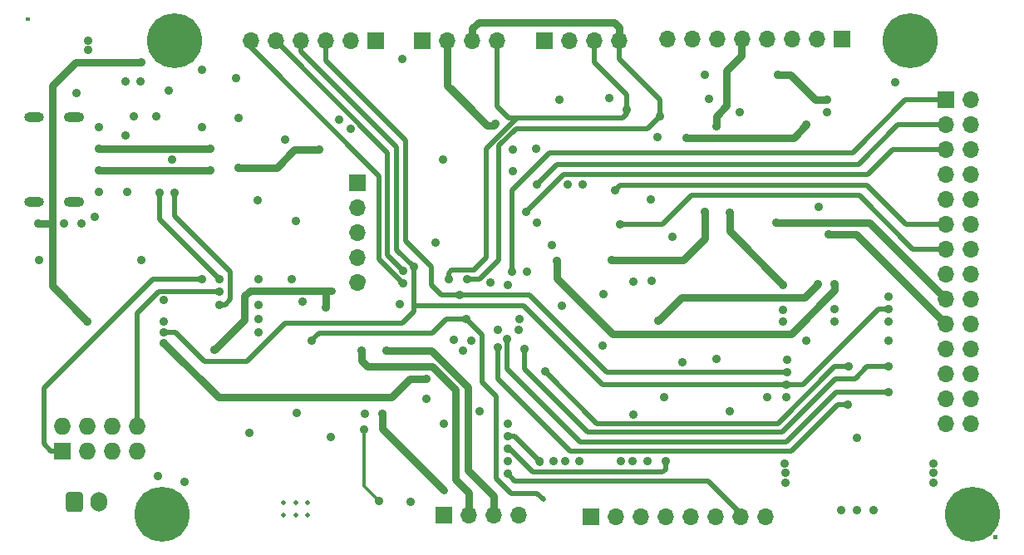
<source format=gbr>
G04 #@! TF.GenerationSoftware,KiCad,Pcbnew,5.1.10-88a1d61d58~88~ubuntu20.04.1*
G04 #@! TF.CreationDate,2021-05-26T19:05:16+02:00*
G04 #@! TF.ProjectId,PSLab,50534c61-622e-46b6-9963-61645f706362,v6.1*
G04 #@! TF.SameCoordinates,Original*
G04 #@! TF.FileFunction,Copper,L2,Inr*
G04 #@! TF.FilePolarity,Positive*
%FSLAX46Y46*%
G04 Gerber Fmt 4.6, Leading zero omitted, Abs format (unit mm)*
G04 Created by KiCad (PCBNEW 5.1.10-88a1d61d58~88~ubuntu20.04.1) date 2021-05-26 19:05:16*
%MOMM*%
%LPD*%
G01*
G04 APERTURE LIST*
G04 #@! TA.AperFunction,ComponentPad*
%ADD10R,1.700000X1.700000*%
G04 #@! TD*
G04 #@! TA.AperFunction,ComponentPad*
%ADD11O,1.700000X1.700000*%
G04 #@! TD*
G04 #@! TA.AperFunction,ComponentPad*
%ADD12R,1.727200X1.727200*%
G04 #@! TD*
G04 #@! TA.AperFunction,ComponentPad*
%ADD13O,1.727200X1.727200*%
G04 #@! TD*
G04 #@! TA.AperFunction,ComponentPad*
%ADD14O,2.100000X1.000000*%
G04 #@! TD*
G04 #@! TA.AperFunction,ComponentPad*
%ADD15O,2.000000X1.000000*%
G04 #@! TD*
G04 #@! TA.AperFunction,ComponentPad*
%ADD16C,0.500000*%
G04 #@! TD*
G04 #@! TA.AperFunction,ComponentPad*
%ADD17C,5.600000*%
G04 #@! TD*
G04 #@! TA.AperFunction,ComponentPad*
%ADD18O,1.700000X2.000000*%
G04 #@! TD*
G04 #@! TA.AperFunction,ViaPad*
%ADD19C,0.914400*%
G04 #@! TD*
G04 #@! TA.AperFunction,Conductor*
%ADD20C,0.508000*%
G04 #@! TD*
G04 #@! TA.AperFunction,Conductor*
%ADD21C,0.762000*%
G04 #@! TD*
G04 #@! TA.AperFunction,Conductor*
%ADD22C,0.304800*%
G04 #@! TD*
G04 #@! TA.AperFunction,Conductor*
%ADD23C,0.406400*%
G04 #@! TD*
G04 #@! TA.AperFunction,NonConductor*
%ADD24C,0.030000*%
G04 #@! TD*
G04 #@! TA.AperFunction,NonConductor*
%ADD25C,0.100000*%
G04 #@! TD*
G04 APERTURE END LIST*
D10*
X124785500Y-77194500D03*
D11*
X124785500Y-79734500D03*
X124785500Y-82274500D03*
X124785500Y-84814500D03*
X124785500Y-87354500D03*
D12*
X94693400Y-104546200D03*
D13*
X94693400Y-102006200D03*
X97233400Y-104546200D03*
X97233400Y-102006200D03*
X99773400Y-104546200D03*
X99773400Y-102006200D03*
X102313400Y-104546200D03*
X102313400Y-102006200D03*
D14*
X95945000Y-70530000D03*
X95945000Y-79170000D03*
D15*
X91865000Y-70530000D03*
X91865000Y-79170000D03*
D16*
X117279000Y-111128500D03*
X117279000Y-109808500D03*
X118499000Y-111128500D03*
X118499000Y-109808500D03*
X119719000Y-109808500D03*
X119719000Y-111128500D03*
D17*
X104880000Y-111020000D03*
G04 #@! TA.AperFunction,ComponentPad*
G36*
G01*
X95106500Y-110520000D02*
X95106500Y-109020000D01*
G75*
G02*
X95356500Y-108770000I250000J0D01*
G01*
X96556500Y-108770000D01*
G75*
G02*
X96806500Y-109020000I0J-250000D01*
G01*
X96806500Y-110520000D01*
G75*
G02*
X96556500Y-110770000I-250000J0D01*
G01*
X95356500Y-110770000D01*
G75*
G02*
X95106500Y-110520000I0J250000D01*
G01*
G37*
G04 #@! TD.AperFunction*
D18*
X98456500Y-109770000D03*
D17*
X181090000Y-62780000D03*
X106150000Y-62770000D03*
X187420000Y-111010000D03*
D10*
X184729500Y-68749000D03*
D11*
X187269500Y-68749000D03*
X184729500Y-71289000D03*
X187269500Y-71289000D03*
X184729500Y-73829000D03*
X187269500Y-73829000D03*
X184729500Y-76369000D03*
X187269500Y-76369000D03*
X184729500Y-78909000D03*
X187269500Y-78909000D03*
X184729500Y-81449000D03*
X187269500Y-81449000D03*
X184729500Y-83989000D03*
X187269500Y-83989000D03*
X184729500Y-86529000D03*
X187269500Y-86529000D03*
X184729500Y-89069000D03*
X187269500Y-89069000D03*
X184729500Y-91609000D03*
X187269500Y-91609000D03*
X184729500Y-94149000D03*
X187269500Y-94149000D03*
X184729500Y-96689000D03*
X187269500Y-96689000D03*
X184729500Y-99229000D03*
X187269500Y-99229000D03*
X184729500Y-101769000D03*
X187269500Y-101769000D03*
D10*
X174125000Y-62589500D03*
D11*
X171585000Y-62589500D03*
X169045000Y-62589500D03*
X166505000Y-62589500D03*
X163965000Y-62589500D03*
X161425000Y-62589500D03*
X158885000Y-62589500D03*
X156345000Y-62589500D03*
X166378000Y-111230500D03*
X163838000Y-111230500D03*
X161298000Y-111230500D03*
X158758000Y-111230500D03*
X156218000Y-111230500D03*
X153678000Y-111230500D03*
X151138000Y-111230500D03*
D10*
X148598000Y-111230500D03*
X131430000Y-62750000D03*
D11*
X133970000Y-62750000D03*
X136510000Y-62750000D03*
X139050000Y-62750000D03*
D10*
X143850000Y-62750000D03*
D11*
X146390000Y-62750000D03*
X148930000Y-62750000D03*
X151470000Y-62750000D03*
X141200800Y-111074000D03*
X138660800Y-111074000D03*
X136120800Y-111074000D03*
D10*
X133580800Y-111074000D03*
X126630000Y-62750000D03*
D11*
X124090000Y-62750000D03*
X121550000Y-62750000D03*
X119010000Y-62750000D03*
X116470000Y-62750000D03*
X113930000Y-62750000D03*
D19*
X154370000Y-105638400D03*
X98071600Y-80721000D03*
X96140010Y-68107510D03*
X131795218Y-99288400D03*
X156161400Y-105638400D03*
X140080000Y-104368400D03*
X137195214Y-100558400D03*
X110238200Y-94259200D03*
X125534800Y-100778400D03*
X101138100Y-66907500D03*
X121600000Y-89940000D03*
X127008000Y-109643000D03*
X125484000Y-102404000D03*
X145600000Y-89800000D03*
X152890000Y-100890000D03*
X144640000Y-83590000D03*
X138300000Y-87420000D03*
X168520000Y-95260000D03*
X143030000Y-73800000D03*
X135230000Y-88650000D03*
X168519189Y-96528572D03*
X178919704Y-88850000D03*
X114690000Y-92444333D03*
X152250000Y-69800000D03*
X134060000Y-87080000D03*
X141220000Y-92240000D03*
X152834000Y-105638400D03*
X135960000Y-87060000D03*
X155600000Y-70450000D03*
X151620000Y-105638400D03*
X141260000Y-91100000D03*
X130530000Y-85800000D03*
X105090000Y-92470000D03*
X168510000Y-97790000D03*
X178919704Y-90130000D03*
X161330000Y-71500000D03*
X179605600Y-66979600D03*
X110700000Y-89640000D03*
X106123400Y-78282602D03*
X110700000Y-87040000D03*
X104624800Y-78282602D03*
X145390000Y-68730000D03*
X156050000Y-99050000D03*
X154720000Y-87230000D03*
X150450000Y-68620000D03*
X161335000Y-95215000D03*
X162689200Y-80314602D03*
X168120000Y-87620000D03*
X167620000Y-66240000D03*
X172650000Y-68780000D03*
X145130000Y-85220000D03*
X173400000Y-87580000D03*
X171807800Y-79679600D03*
X108990000Y-87050000D03*
X118137700Y-87040000D03*
X127770000Y-94339500D03*
X167500000Y-81310000D03*
X172760000Y-82460000D03*
X155420000Y-91290000D03*
X171730000Y-87560000D03*
X151538600Y-81432200D03*
X154710000Y-78900000D03*
X152890000Y-87270000D03*
X160190000Y-80170000D03*
X150660000Y-85140000D03*
X110700000Y-88350000D03*
X119220000Y-89360000D03*
X125249600Y-94335400D03*
X113759986Y-102747500D03*
X122059986Y-103155000D03*
X151020000Y-77990000D03*
X140070000Y-87630000D03*
X140590000Y-73810000D03*
X140080000Y-106908400D03*
X143334400Y-105638400D03*
X140080000Y-103098400D03*
X133631602Y-101828400D03*
X129430000Y-86200000D03*
X114690000Y-91135000D03*
X105090000Y-93580000D03*
X131802800Y-97256402D03*
X183454800Y-106792000D03*
X168356400Y-107772000D03*
X183444800Y-107772000D03*
X168346400Y-105812000D03*
X183434800Y-105812000D03*
X168356400Y-106792000D03*
X142057500Y-86300400D03*
X118520000Y-81140000D03*
X168150000Y-91410000D03*
X146200000Y-77420000D03*
X157890000Y-95500000D03*
X166490000Y-99040000D03*
X147423802Y-105638400D03*
X168170000Y-90160000D03*
X173400000Y-90120000D03*
X104465500Y-107103000D03*
X107196000Y-107674500D03*
X98445700Y-71530300D03*
X101326060Y-78185100D03*
X96670000Y-81390000D03*
X94860000Y-81380000D03*
X105583100Y-67809200D03*
X102713000Y-66907500D03*
X104320000Y-70427500D03*
X98442406Y-75950000D03*
X109806400Y-75983585D03*
X98442400Y-73750000D03*
X109806400Y-73736000D03*
X120924000Y-73862988D03*
X112701980Y-75702200D03*
X162760000Y-100480000D03*
X156910000Y-82700000D03*
X170480000Y-93340000D03*
X147760000Y-77420000D03*
X155310000Y-72590000D03*
X160640000Y-68650000D03*
X97350000Y-62777200D03*
X97350000Y-63717200D03*
X173400000Y-91400000D03*
X175710000Y-103250000D03*
X175710000Y-110620000D03*
X177340000Y-110620000D03*
X174060000Y-110620000D03*
X98427190Y-78200000D03*
X105894834Y-74850000D03*
X102755000Y-85074978D03*
X92352990Y-85075000D03*
X112463000Y-66573200D03*
X105090000Y-89175000D03*
X136349400Y-93300000D03*
X149837510Y-88620000D03*
X129130000Y-89572494D03*
X112700000Y-70645004D03*
X117429998Y-72874998D03*
X133517500Y-74902500D03*
X124100000Y-71750000D03*
X101980000Y-70427496D03*
X101163500Y-72432000D03*
X130246500Y-109770000D03*
X139070000Y-94010000D03*
X174762500Y-99880904D03*
X140010000Y-93130000D03*
X178922496Y-98579996D03*
X141830000Y-94180000D03*
X178919700Y-95960988D03*
X143880000Y-96440000D03*
X174804900Y-95961012D03*
X129430000Y-87500000D03*
X139070000Y-92240000D03*
X127363600Y-100778400D03*
X149786000Y-93827400D03*
X158330000Y-72660000D03*
X170539998Y-71320000D03*
X144807600Y-105638400D03*
X178919704Y-91389000D03*
X168480000Y-99050000D03*
X145925200Y-105638400D03*
X143070000Y-81270000D03*
X140610000Y-76020000D03*
X135870000Y-91120000D03*
X132770000Y-83310000D03*
X105090000Y-91370000D03*
X102760000Y-64920000D03*
X92280400Y-81406728D03*
X108993600Y-71551598D03*
X97309612Y-91363574D03*
X108960000Y-65710000D03*
X120169600Y-93323000D03*
X138818998Y-71225500D03*
X140080000Y-105638400D03*
X160190000Y-66250000D03*
X163700000Y-70050000D03*
X118617400Y-100708000D03*
X114640296Y-79000000D03*
X178912488Y-93340000D03*
X172650004Y-70050000D03*
X122938200Y-70798200D03*
X129395000Y-64625000D03*
X140080000Y-101828400D03*
X140550000Y-86300000D03*
X143040000Y-77390000D03*
X141980000Y-80180000D03*
X114712855Y-87040000D03*
X134650000Y-93250000D03*
X114690000Y-89640000D03*
X135550000Y-94350000D03*
D20*
X156161400Y-106425800D02*
X156161400Y-105689200D01*
X155856600Y-106730600D02*
X156161400Y-106425800D01*
X142648604Y-106730600D02*
X155856600Y-106730600D01*
X140080000Y-104368400D02*
X140286404Y-104368400D01*
X140286404Y-104368400D02*
X142648604Y-106730600D01*
D21*
X121600000Y-89940000D02*
X121600000Y-88230000D01*
X113839000Y-88220000D02*
X122195600Y-88220000D01*
X113850000Y-88220000D02*
X113840000Y-88220000D01*
X113286200Y-88783800D02*
X113850000Y-88220000D01*
X110238200Y-94259200D02*
X113286200Y-91211200D01*
X113286200Y-91211200D02*
X113286200Y-88783800D01*
D22*
X125484000Y-108119000D02*
X125484000Y-102404000D01*
X127008000Y-109643000D02*
X125484000Y-108119000D01*
D20*
X130830000Y-84300000D02*
X132330000Y-85800000D01*
X135230000Y-88650000D02*
X133330000Y-88650000D01*
X133330000Y-88650000D02*
X132330000Y-87650000D01*
X132330000Y-87650000D02*
X132330000Y-85800000D01*
X142280000Y-88650000D02*
X135230000Y-88650000D01*
D23*
X168511428Y-96528572D02*
X168519189Y-96528572D01*
D20*
X168519189Y-96528572D02*
X150158572Y-96528572D01*
X150158572Y-96528572D02*
X142280000Y-88650000D01*
X129680000Y-72930000D02*
X129680000Y-83150000D01*
X121550000Y-62750000D02*
X121550000Y-64800000D01*
X129680000Y-83150000D02*
X132330000Y-85800000D01*
X121550000Y-64800000D02*
X129680000Y-72930000D01*
D23*
X134390000Y-86110000D02*
X136630000Y-86110000D01*
D20*
X134383422Y-86110000D02*
X134390000Y-86110000D01*
X134060000Y-86433422D02*
X134383422Y-86110000D01*
X134060000Y-87080000D02*
X134060000Y-86433422D01*
X134383422Y-86110000D02*
X136630000Y-86110000D01*
X148930000Y-64970000D02*
X148930000Y-62750000D01*
X152250000Y-68290000D02*
X148930000Y-64970000D01*
X152250000Y-69800000D02*
X152250000Y-68290000D01*
X152250000Y-70190000D02*
X152250000Y-69800000D01*
X142220000Y-70640000D02*
X151800000Y-70640000D01*
X151800000Y-70640000D02*
X152250000Y-70190000D01*
X140220000Y-70640000D02*
X142220000Y-70640000D01*
X139050000Y-62750000D02*
X139050000Y-69470000D01*
X139050000Y-69470000D02*
X140220000Y-70640000D01*
X137910000Y-73795553D02*
X141065553Y-70640000D01*
X141065553Y-70640000D02*
X142220000Y-70640000D01*
X137910000Y-84830000D02*
X137910000Y-73795553D01*
X136630000Y-86110000D02*
X137910000Y-84830000D01*
X155550000Y-70450000D02*
X155600000Y-70450000D01*
X155600000Y-70500000D02*
X155600000Y-70450000D01*
X155600000Y-69803422D02*
X155600000Y-70450000D01*
X155600000Y-68780000D02*
X155600000Y-70450000D01*
X151470000Y-64650000D02*
X155600000Y-68780000D01*
X151470000Y-62750000D02*
X151470000Y-64650000D01*
D21*
X136510000Y-61510400D02*
X137120400Y-60900000D01*
X136510000Y-62750000D02*
X136510000Y-61510400D01*
X137120400Y-60900000D02*
X150960000Y-60900000D01*
X150960000Y-60900000D02*
X151470000Y-61410000D01*
X151470000Y-61410000D02*
X151470000Y-62750000D01*
D20*
X155600000Y-70450000D02*
X154327201Y-71722799D01*
X139210000Y-73434606D02*
X139210000Y-85120000D01*
X139210000Y-85120000D02*
X137270000Y-87060000D01*
X140921807Y-71722799D02*
X139210000Y-73434606D01*
X137270000Y-87060000D02*
X135960000Y-87060000D01*
X154327201Y-71722799D02*
X140921807Y-71722799D01*
X168510000Y-97820000D02*
X168510000Y-97790000D01*
X170182000Y-97790000D02*
X168510000Y-97790000D01*
X178919704Y-90130000D02*
X177842000Y-90130000D01*
X177842000Y-90130000D02*
X170182000Y-97790000D01*
X141760000Y-89750000D02*
X149800000Y-97790000D01*
X130530000Y-85800000D02*
X130530000Y-89750000D01*
X149800000Y-97790000D02*
X168510000Y-97790000D01*
X130530000Y-89750000D02*
X141760000Y-89750000D01*
X130530000Y-90375800D02*
X130530000Y-85800000D01*
X106239200Y-92470000D02*
X109196800Y-95427600D01*
X109196800Y-95427600D02*
X113540200Y-95427600D01*
X105090000Y-92470000D02*
X106239200Y-92470000D01*
X113540200Y-95427600D02*
X117451800Y-91516000D01*
X117451800Y-91516000D02*
X129389800Y-91516000D01*
X129389800Y-91516000D02*
X130530000Y-90375800D01*
X130510000Y-85800000D02*
X130530000Y-85800000D01*
X128780000Y-73610000D02*
X128780000Y-84070000D01*
X119010000Y-62750000D02*
X119010000Y-63840000D01*
X128780000Y-84070000D02*
X130510000Y-85800000D01*
X119010000Y-63840000D02*
X128780000Y-73610000D01*
D21*
X161330000Y-70450000D02*
X162400000Y-69380000D01*
X161330000Y-71500000D02*
X161330000Y-70450000D01*
X162400000Y-65800000D02*
X163930000Y-64270000D01*
X162400000Y-69380000D02*
X162400000Y-65800000D01*
X163930000Y-64270000D02*
X163930000Y-62750000D01*
D20*
X111838400Y-89128400D02*
X111326800Y-89640000D01*
X111838400Y-86309000D02*
X111838400Y-89128400D01*
X111326800Y-89640000D02*
X110700000Y-89640000D01*
X106123400Y-78282602D02*
X106123400Y-80594000D01*
X106123400Y-80594000D02*
X111838400Y-86309000D01*
X104624800Y-80964800D02*
X104624800Y-78282602D01*
X110700000Y-87040000D02*
X104624800Y-80964800D01*
D23*
X162613002Y-80314602D02*
X162689200Y-80314602D01*
D21*
X162689200Y-82189200D02*
X162689200Y-80314602D01*
X168120000Y-87620000D02*
X162689200Y-82189200D01*
X171460000Y-68780000D02*
X172650000Y-68780000D01*
X168920000Y-66240000D02*
X171460000Y-68780000D01*
X167620000Y-66240000D02*
X168920000Y-66240000D01*
X168956600Y-92640000D02*
X173400000Y-88196600D01*
X150820000Y-92640000D02*
X168956600Y-92640000D01*
X173400000Y-88196600D02*
X173400000Y-87580000D01*
X145130000Y-85220000D02*
X145130000Y-86950000D01*
X145130000Y-86950000D02*
X150820000Y-92640000D01*
X125100000Y-87040000D02*
X125170000Y-87110000D01*
D20*
X92850000Y-103820000D02*
X92850000Y-98120000D01*
X94693400Y-104546200D02*
X93576200Y-104546200D01*
X103920000Y-87050000D02*
X108990000Y-87050000D01*
X92850000Y-98120000D02*
X103920000Y-87050000D01*
X93576200Y-104546200D02*
X92850000Y-103820000D01*
D21*
X138660800Y-111074000D02*
X138660800Y-109143600D01*
X138660800Y-109143600D02*
X136044600Y-106527400D01*
X136044600Y-98043800D02*
X132336200Y-94335400D01*
X136044600Y-106527400D02*
X136044600Y-98043800D01*
X132336200Y-94335400D02*
X127789600Y-94335400D01*
D22*
X127774100Y-94335400D02*
X127770000Y-94339500D01*
X127789600Y-94335400D02*
X127774100Y-94335400D01*
D21*
X176968800Y-81310000D02*
X184736400Y-89077600D01*
X167500000Y-81310000D02*
X176968800Y-81310000D01*
D23*
X172760000Y-82460000D02*
X172840000Y-82540000D01*
D20*
X184868144Y-91796800D02*
X184890000Y-91796800D01*
D21*
X175578800Y-82460000D02*
X184736400Y-91617600D01*
X172760000Y-82460000D02*
X175578800Y-82460000D01*
X170360000Y-88930000D02*
X171730000Y-87560000D01*
X155420000Y-91290000D02*
X157780000Y-88930000D01*
X157780000Y-88930000D02*
X170360000Y-88930000D01*
D20*
X155887800Y-81432200D02*
X151538600Y-81432200D01*
X175896000Y-78510000D02*
X158810000Y-78510000D01*
X158810000Y-78510000D02*
X155887800Y-81432200D01*
X181383600Y-83997600D02*
X175896000Y-78510000D01*
X184890000Y-84176800D02*
X184710800Y-83997600D01*
X184710800Y-83997600D02*
X181383600Y-83997600D01*
D21*
X150680000Y-85120000D02*
X157950000Y-85120000D01*
X157950000Y-85120000D02*
X160190000Y-82880000D01*
X160190000Y-82880000D02*
X160190000Y-80170000D01*
D23*
X150660000Y-85140000D02*
X150680000Y-85120000D01*
X110700000Y-88350000D02*
X110501200Y-88350000D01*
D20*
X110657799Y-88307799D02*
X110700000Y-88350000D01*
X104528201Y-88307799D02*
X110657799Y-88307799D01*
X102313400Y-102006200D02*
X102313400Y-90522600D01*
X102313400Y-90522600D02*
X104528201Y-88307799D01*
D21*
X125249600Y-95376800D02*
X125833800Y-95961000D01*
X125249600Y-94335400D02*
X125249600Y-95376800D01*
X132387000Y-95961000D02*
X134749200Y-98323200D01*
X125833800Y-95961000D02*
X132387000Y-95961000D01*
X134749200Y-107441800D02*
X136120800Y-108813400D01*
X134749200Y-98323200D02*
X134749200Y-107441800D01*
X136120800Y-108813400D02*
X136120800Y-111074000D01*
D20*
X176650000Y-77460000D02*
X151550000Y-77460000D01*
X151550000Y-77460000D02*
X151020000Y-77990000D01*
X184890000Y-81636800D02*
X184710800Y-81457600D01*
X180647600Y-81457600D02*
X176650000Y-77460000D01*
X184710800Y-81457600D02*
X180647600Y-81457600D01*
X140791199Y-107619599D02*
X140080000Y-106908400D01*
X164010000Y-111074000D02*
X160555599Y-107619599D01*
X160555599Y-107619599D02*
X140791199Y-107619599D01*
D21*
X143334400Y-105685598D02*
X143334400Y-105638401D01*
D23*
X140794400Y-103098400D02*
X140134000Y-103098400D01*
X143334400Y-105638401D02*
X143334400Y-105638400D01*
D20*
X140794400Y-103098400D02*
X143334400Y-105638400D01*
X140080000Y-103098400D02*
X140794400Y-103098400D01*
X127855000Y-74165000D02*
X127855000Y-84625000D01*
X116470000Y-62750000D02*
X116470000Y-62780000D01*
X127855000Y-84625000D02*
X129430000Y-86200000D01*
X116470000Y-62780000D02*
X127855000Y-74165000D01*
D21*
X105090000Y-93580000D02*
X110620600Y-99110600D01*
X110620600Y-99110600D02*
X128246800Y-99110600D01*
X128246800Y-99110600D02*
X130100998Y-97256402D01*
X130100998Y-97256402D02*
X131802800Y-97256402D01*
D20*
X98442406Y-75950000D02*
X98475991Y-75983585D01*
D21*
X109772815Y-75950000D02*
X109806400Y-75983585D01*
X98442406Y-75950000D02*
X109772815Y-75950000D01*
X109792400Y-73750000D02*
X109806400Y-73736000D01*
X98442400Y-73750000D02*
X109792400Y-73750000D01*
X116552400Y-75702200D02*
X112701980Y-75702200D01*
X120924000Y-73862988D02*
X118391612Y-73862988D01*
X118391612Y-73862988D02*
X116552400Y-75702200D01*
D20*
X173704496Y-99880904D02*
X174762500Y-99880904D01*
X146466099Y-104604499D02*
X168980901Y-104604499D01*
X168980901Y-104604499D02*
X173704496Y-99880904D01*
X139070000Y-94010000D02*
X139070000Y-97208400D01*
X139070000Y-97208400D02*
X146466099Y-104604499D01*
X140010000Y-96167200D02*
X147452800Y-103610000D01*
X140010000Y-93130000D02*
X140010000Y-96167200D01*
X147452800Y-103610000D02*
X168490622Y-103610000D01*
X173520626Y-98579996D02*
X178922496Y-98579996D01*
X168490622Y-103610000D02*
X173520626Y-98579996D01*
X176710012Y-95960988D02*
X178919700Y-95960988D01*
X141830000Y-96209200D02*
X148250800Y-102630000D01*
X141830000Y-94180000D02*
X141830000Y-96209200D01*
X148250800Y-102630000D02*
X168085200Y-102630000D01*
X168085200Y-102630000D02*
X173509600Y-97205600D01*
X175465400Y-97205600D02*
X176710012Y-95960988D01*
X173509600Y-97205600D02*
X175465400Y-97205600D01*
X173388988Y-95961012D02*
X174804900Y-95961012D01*
X167592799Y-101757201D02*
X173388988Y-95961012D01*
X143880000Y-96440000D02*
X149197201Y-101757201D01*
X149197201Y-101757201D02*
X167592799Y-101757201D01*
X129230000Y-87500000D02*
X129430000Y-87500000D01*
X113930000Y-63470000D02*
X113930000Y-62750000D01*
X126980000Y-76520000D02*
X113930000Y-63470000D01*
X129430000Y-87500000D02*
X126980000Y-85050000D01*
X126980000Y-85050000D02*
X126980000Y-76520000D01*
D21*
X127363600Y-102314000D02*
X133580800Y-108531200D01*
X127363600Y-100778400D02*
X127363600Y-102314000D01*
X169199998Y-72660000D02*
X170539998Y-71320000D01*
X158330000Y-72660000D02*
X169199998Y-72660000D01*
D20*
X137489715Y-97533115D02*
X137489715Y-92739715D01*
X137489715Y-92739715D02*
X135870000Y-91120000D01*
X93626528Y-81406728D02*
X93702800Y-81483000D01*
D21*
X93702800Y-67335200D02*
X96118000Y-64920000D01*
X96118000Y-64920000D02*
X102760000Y-64920000D01*
X93601272Y-81406728D02*
X93702800Y-81305200D01*
X92280400Y-81406728D02*
X93601272Y-81406728D01*
X93702800Y-87756762D02*
X93702800Y-81305200D01*
X93702800Y-81305200D02*
X93702800Y-67335200D01*
X93702800Y-87756762D02*
X97309612Y-91363574D01*
D20*
X137489715Y-97533115D02*
X138965600Y-99009000D01*
X138965600Y-99009000D02*
X138965600Y-107365600D01*
X138965600Y-107365600D02*
X140489600Y-108889600D01*
X140489600Y-108889600D02*
X143105800Y-108889600D01*
X143105800Y-108889600D02*
X143740800Y-109524600D01*
X133875200Y-91120000D02*
X135870000Y-91120000D01*
X132412400Y-92582800D02*
X133875200Y-91120000D01*
X120855400Y-92582800D02*
X132412400Y-92582800D01*
X120169600Y-93268600D02*
X120855400Y-92582800D01*
D21*
X135645000Y-68975000D02*
X138022500Y-71352500D01*
X136670000Y-70000000D02*
X138022500Y-71352500D01*
X133970000Y-67300000D02*
X138022500Y-71352500D01*
X138691998Y-71352500D02*
X138818998Y-71225500D01*
X134260000Y-67590000D02*
X138022500Y-71352500D01*
X133970000Y-62750000D02*
X133970000Y-67300000D01*
X138022500Y-71352500D02*
X138691998Y-71352500D01*
D20*
X140550000Y-77990000D02*
X140550000Y-86300000D01*
X144380000Y-74160000D02*
X140550000Y-77990000D01*
X175210000Y-74160000D02*
X144380000Y-74160000D01*
X184736400Y-68757600D02*
X180612400Y-68757600D01*
X180612400Y-68757600D02*
X175210000Y-74160000D01*
X145080000Y-75350000D02*
X143040000Y-77390000D01*
X175807200Y-75350000D02*
X145080000Y-75350000D01*
X184736400Y-71297600D02*
X179859600Y-71297600D01*
X179859600Y-71297600D02*
X175807200Y-75350000D01*
X145770000Y-76390000D02*
X141980000Y-80180000D01*
X176748400Y-76390000D02*
X145770000Y-76390000D01*
X179300800Y-73837600D02*
X176748400Y-76390000D01*
X184890000Y-74016800D02*
X184710800Y-73837600D01*
X184710800Y-73837600D02*
X179300800Y-73837600D01*
D24*
X189875001Y-113485000D02*
X189570500Y-113485000D01*
X189570500Y-113150500D01*
X189875001Y-113150500D01*
X189875001Y-113485000D01*
G04 #@! TA.AperFunction,NonConductor*
D25*
G36*
X189875001Y-113485000D02*
G01*
X189570500Y-113485000D01*
X189570500Y-113150500D01*
X189875001Y-113150500D01*
X189875001Y-113485000D01*
G37*
G04 #@! TD.AperFunction*
D24*
X91369500Y-60669500D02*
X91035000Y-60669500D01*
X91035000Y-60365000D01*
X91369500Y-60365000D01*
X91369500Y-60669500D01*
G04 #@! TA.AperFunction,NonConductor*
D25*
G36*
X91369500Y-60669500D02*
G01*
X91035000Y-60669500D01*
X91035000Y-60365000D01*
X91369500Y-60365000D01*
X91369500Y-60669500D01*
G37*
G04 #@! TD.AperFunction*
M02*

</source>
